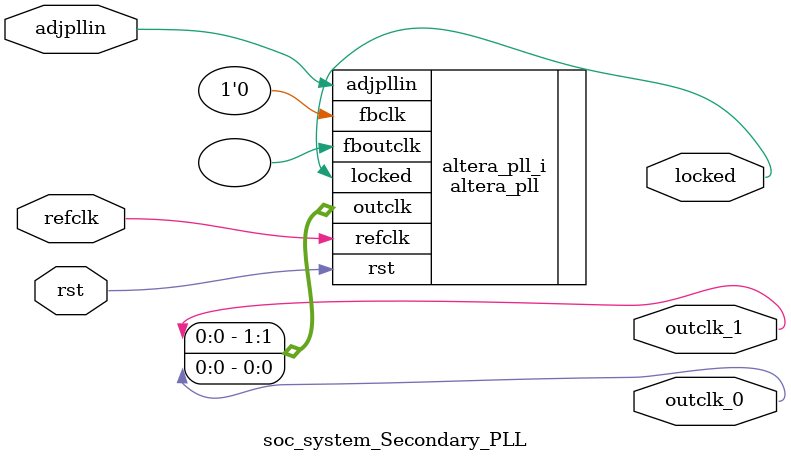
<source format=v>
`timescale 1ns/10ps
module  soc_system_Secondary_PLL(

	// interface 'refclk'
	input wire refclk,

	// interface 'reset'
	input wire rst,

	// interface 'outclk0'
	output wire outclk_0,

	// interface 'outclk1'
	output wire outclk_1,

	// interface 'locked'
	output wire locked,

	// interface 'adjpllin'
	input wire adjpllin
);

	altera_pll #(
		.fractional_vco_multiplier("false"),
		.reference_clock_frequency("48.0 MHz"),
		.pll_fractional_cout(32),
		.pll_dsm_out_sel("1st_order"),
		.operation_mode("direct"),
		.number_of_clocks(2),
		.output_clock_frequency0("48.000000 MHz"),
		.phase_shift0("0 ps"),
		.duty_cycle0(50),
		.output_clock_frequency1("96.000000 MHz"),
		.phase_shift1("0 ps"),
		.duty_cycle1(50),
		.output_clock_frequency2("0 MHz"),
		.phase_shift2("0 ps"),
		.duty_cycle2(50),
		.output_clock_frequency3("0 MHz"),
		.phase_shift3("0 ps"),
		.duty_cycle3(50),
		.output_clock_frequency4("0 MHz"),
		.phase_shift4("0 ps"),
		.duty_cycle4(50),
		.output_clock_frequency5("0 MHz"),
		.phase_shift5("0 ps"),
		.duty_cycle5(50),
		.output_clock_frequency6("0 MHz"),
		.phase_shift6("0 ps"),
		.duty_cycle6(50),
		.output_clock_frequency7("0 MHz"),
		.phase_shift7("0 ps"),
		.duty_cycle7(50),
		.output_clock_frequency8("0 MHz"),
		.phase_shift8("0 ps"),
		.duty_cycle8(50),
		.output_clock_frequency9("0 MHz"),
		.phase_shift9("0 ps"),
		.duty_cycle9(50),
		.output_clock_frequency10("0 MHz"),
		.phase_shift10("0 ps"),
		.duty_cycle10(50),
		.output_clock_frequency11("0 MHz"),
		.phase_shift11("0 ps"),
		.duty_cycle11(50),
		.output_clock_frequency12("0 MHz"),
		.phase_shift12("0 ps"),
		.duty_cycle12(50),
		.output_clock_frequency13("0 MHz"),
		.phase_shift13("0 ps"),
		.duty_cycle13(50),
		.output_clock_frequency14("0 MHz"),
		.phase_shift14("0 ps"),
		.duty_cycle14(50),
		.output_clock_frequency15("0 MHz"),
		.phase_shift15("0 ps"),
		.duty_cycle15(50),
		.output_clock_frequency16("0 MHz"),
		.phase_shift16("0 ps"),
		.duty_cycle16(50),
		.output_clock_frequency17("0 MHz"),
		.phase_shift17("0 ps"),
		.duty_cycle17(50),
		.pll_type("Cyclone V"),
		.pll_subtype("General"),
		.m_cnt_hi_div(4),
		.m_cnt_lo_div(4),
		.n_cnt_hi_div(256),
		.n_cnt_lo_div(256),
		.m_cnt_bypass_en("false"),
		.n_cnt_bypass_en("true"),
		.m_cnt_odd_div_duty_en("false"),
		.n_cnt_odd_div_duty_en("false"),
		.c_cnt_hi_div0(4),
		.c_cnt_lo_div0(4),
		.c_cnt_prst0(1),
		.c_cnt_ph_mux_prst0(0),
		.c_cnt_in_src0("ph_mux_clk"),
		.c_cnt_bypass_en0("false"),
		.c_cnt_odd_div_duty_en0("false"),
		.c_cnt_hi_div1(2),
		.c_cnt_lo_div1(2),
		.c_cnt_prst1(1),
		.c_cnt_ph_mux_prst1(0),
		.c_cnt_in_src1("ph_mux_clk"),
		.c_cnt_bypass_en1("false"),
		.c_cnt_odd_div_duty_en1("false"),
		.c_cnt_hi_div2(1),
		.c_cnt_lo_div2(1),
		.c_cnt_prst2(1),
		.c_cnt_ph_mux_prst2(0),
		.c_cnt_in_src2("ph_mux_clk"),
		.c_cnt_bypass_en2("true"),
		.c_cnt_odd_div_duty_en2("false"),
		.c_cnt_hi_div3(1),
		.c_cnt_lo_div3(1),
		.c_cnt_prst3(1),
		.c_cnt_ph_mux_prst3(0),
		.c_cnt_in_src3("ph_mux_clk"),
		.c_cnt_bypass_en3("true"),
		.c_cnt_odd_div_duty_en3("false"),
		.c_cnt_hi_div4(1),
		.c_cnt_lo_div4(1),
		.c_cnt_prst4(1),
		.c_cnt_ph_mux_prst4(0),
		.c_cnt_in_src4("ph_mux_clk"),
		.c_cnt_bypass_en4("true"),
		.c_cnt_odd_div_duty_en4("false"),
		.c_cnt_hi_div5(1),
		.c_cnt_lo_div5(1),
		.c_cnt_prst5(1),
		.c_cnt_ph_mux_prst5(0),
		.c_cnt_in_src5("ph_mux_clk"),
		.c_cnt_bypass_en5("true"),
		.c_cnt_odd_div_duty_en5("false"),
		.c_cnt_hi_div6(1),
		.c_cnt_lo_div6(1),
		.c_cnt_prst6(1),
		.c_cnt_ph_mux_prst6(0),
		.c_cnt_in_src6("ph_mux_clk"),
		.c_cnt_bypass_en6("true"),
		.c_cnt_odd_div_duty_en6("false"),
		.c_cnt_hi_div7(1),
		.c_cnt_lo_div7(1),
		.c_cnt_prst7(1),
		.c_cnt_ph_mux_prst7(0),
		.c_cnt_in_src7("ph_mux_clk"),
		.c_cnt_bypass_en7("true"),
		.c_cnt_odd_div_duty_en7("false"),
		.c_cnt_hi_div8(1),
		.c_cnt_lo_div8(1),
		.c_cnt_prst8(1),
		.c_cnt_ph_mux_prst8(0),
		.c_cnt_in_src8("ph_mux_clk"),
		.c_cnt_bypass_en8("true"),
		.c_cnt_odd_div_duty_en8("false"),
		.c_cnt_hi_div9(1),
		.c_cnt_lo_div9(1),
		.c_cnt_prst9(1),
		.c_cnt_ph_mux_prst9(0),
		.c_cnt_in_src9("ph_mux_clk"),
		.c_cnt_bypass_en9("true"),
		.c_cnt_odd_div_duty_en9("false"),
		.c_cnt_hi_div10(1),
		.c_cnt_lo_div10(1),
		.c_cnt_prst10(1),
		.c_cnt_ph_mux_prst10(0),
		.c_cnt_in_src10("ph_mux_clk"),
		.c_cnt_bypass_en10("true"),
		.c_cnt_odd_div_duty_en10("false"),
		.c_cnt_hi_div11(1),
		.c_cnt_lo_div11(1),
		.c_cnt_prst11(1),
		.c_cnt_ph_mux_prst11(0),
		.c_cnt_in_src11("ph_mux_clk"),
		.c_cnt_bypass_en11("true"),
		.c_cnt_odd_div_duty_en11("false"),
		.c_cnt_hi_div12(1),
		.c_cnt_lo_div12(1),
		.c_cnt_prst12(1),
		.c_cnt_ph_mux_prst12(0),
		.c_cnt_in_src12("ph_mux_clk"),
		.c_cnt_bypass_en12("true"),
		.c_cnt_odd_div_duty_en12("false"),
		.c_cnt_hi_div13(1),
		.c_cnt_lo_div13(1),
		.c_cnt_prst13(1),
		.c_cnt_ph_mux_prst13(0),
		.c_cnt_in_src13("ph_mux_clk"),
		.c_cnt_bypass_en13("true"),
		.c_cnt_odd_div_duty_en13("false"),
		.c_cnt_hi_div14(1),
		.c_cnt_lo_div14(1),
		.c_cnt_prst14(1),
		.c_cnt_ph_mux_prst14(0),
		.c_cnt_in_src14("ph_mux_clk"),
		.c_cnt_bypass_en14("true"),
		.c_cnt_odd_div_duty_en14("false"),
		.c_cnt_hi_div15(1),
		.c_cnt_lo_div15(1),
		.c_cnt_prst15(1),
		.c_cnt_ph_mux_prst15(0),
		.c_cnt_in_src15("ph_mux_clk"),
		.c_cnt_bypass_en15("true"),
		.c_cnt_odd_div_duty_en15("false"),
		.c_cnt_hi_div16(1),
		.c_cnt_lo_div16(1),
		.c_cnt_prst16(1),
		.c_cnt_ph_mux_prst16(0),
		.c_cnt_in_src16("ph_mux_clk"),
		.c_cnt_bypass_en16("true"),
		.c_cnt_odd_div_duty_en16("false"),
		.c_cnt_hi_div17(1),
		.c_cnt_lo_div17(1),
		.c_cnt_prst17(1),
		.c_cnt_ph_mux_prst17(0),
		.c_cnt_in_src17("ph_mux_clk"),
		.c_cnt_bypass_en17("true"),
		.c_cnt_odd_div_duty_en17("false"),
		.pll_vco_div(2),
		.pll_cp_current(20),
		.pll_bwctrl(4000),
		.pll_output_clk_frequency("384.0 MHz"),
		.pll_fractional_division("1"),
		.mimic_fbclk_type("none"),
		.pll_fbclk_mux_1("glb"),
		.pll_fbclk_mux_2("m_cnt"),
		.pll_m_cnt_in_src("ph_mux_clk"),
		.pll_slf_rst("false"),
		.pll_clkin_0_src("adj_pll_clk")
	) altera_pll_i (
		.rst	(rst),
		.outclk	({outclk_1, outclk_0}),
		.locked	(locked),
		.adjpllin	(adjpllin),
		.fboutclk	( ),
		.fbclk	(1'b0),
		.refclk	(refclk)
	);
endmodule


</source>
